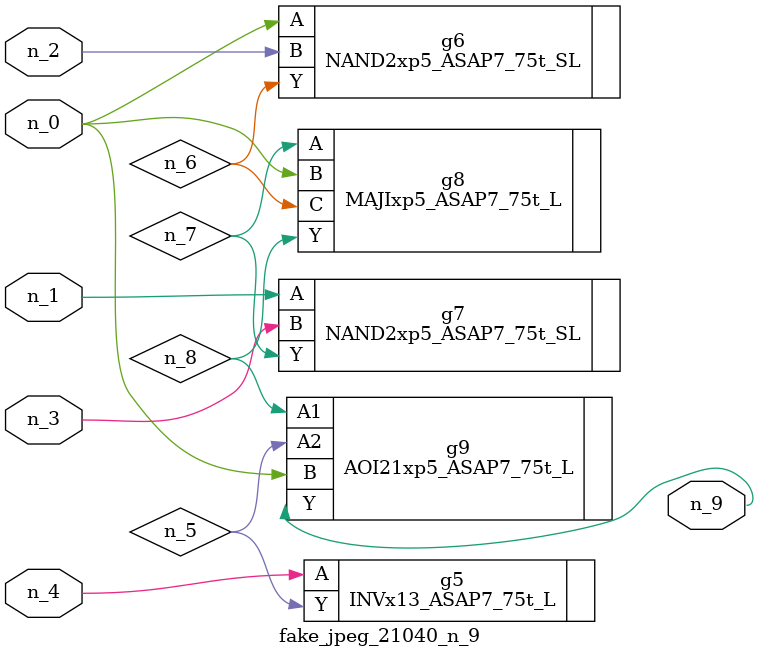
<source format=v>
module fake_jpeg_21040_n_9 (n_3, n_2, n_1, n_0, n_4, n_9);

input n_3;
input n_2;
input n_1;
input n_0;
input n_4;

output n_9;

wire n_8;
wire n_6;
wire n_5;
wire n_7;

INVx13_ASAP7_75t_L g5 ( 
.A(n_4),
.Y(n_5)
);

NAND2xp5_ASAP7_75t_SL g6 ( 
.A(n_0),
.B(n_2),
.Y(n_6)
);

NAND2xp5_ASAP7_75t_SL g7 ( 
.A(n_1),
.B(n_3),
.Y(n_7)
);

MAJIxp5_ASAP7_75t_L g8 ( 
.A(n_7),
.B(n_0),
.C(n_6),
.Y(n_8)
);

AOI21xp5_ASAP7_75t_L g9 ( 
.A1(n_8),
.A2(n_5),
.B(n_0),
.Y(n_9)
);


endmodule
</source>
